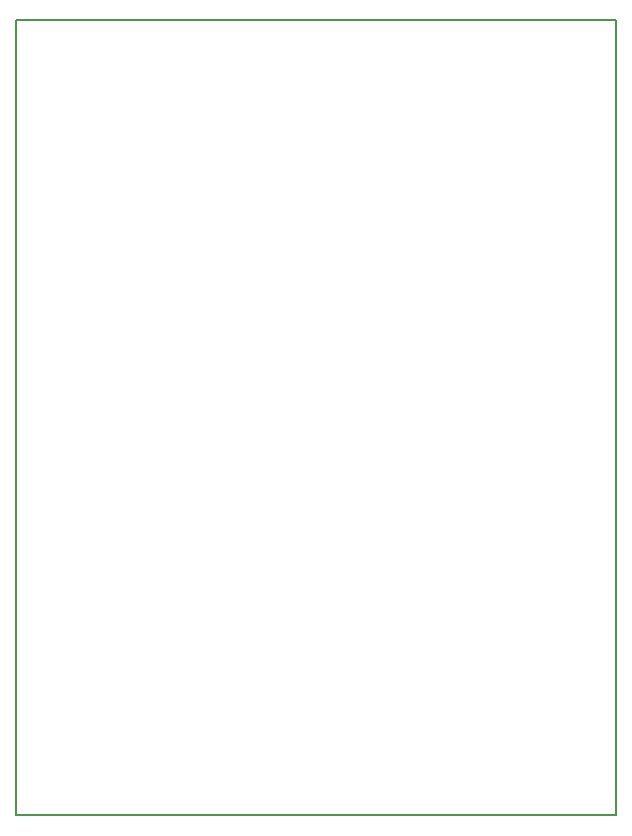
<source format=gbr>
G04 #@! TF.FileFunction,Profile,NP*
%FSLAX46Y46*%
G04 Gerber Fmt 4.6, Leading zero omitted, Abs format (unit mm)*
G04 Created by KiCad (PCBNEW 4.0.2-stable) date 5/15/2017 11:57:14 PM*
%MOMM*%
G01*
G04 APERTURE LIST*
%ADD10C,0.100000*%
%ADD11C,0.150000*%
G04 APERTURE END LIST*
D10*
D11*
X170053000Y-56769000D02*
X119253000Y-56769000D01*
X170053000Y-58039000D02*
X170053000Y-56769000D01*
X170053000Y-124079000D02*
X170053000Y-58039000D01*
X119253000Y-124079000D02*
X170053000Y-124079000D01*
X119253000Y-56769000D02*
X119253000Y-124079000D01*
M02*

</source>
